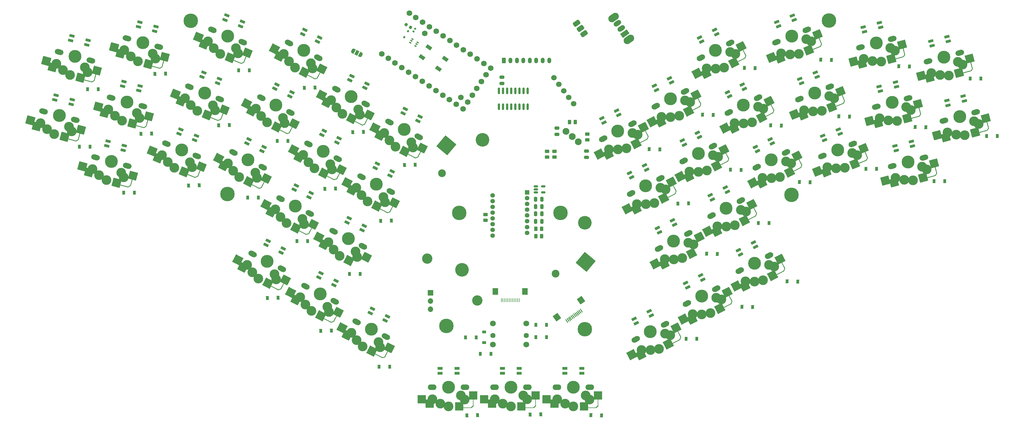
<source format=gbr>
%TF.GenerationSoftware,KiCad,Pcbnew,(6.0.4)*%
%TF.CreationDate,2023-01-29T20:51:59+01:00*%
%TF.ProjectId,Zazu,5a617a75-2e6b-4696-9361-645f70636258,rev?*%
%TF.SameCoordinates,Original*%
%TF.FileFunction,Soldermask,Bot*%
%TF.FilePolarity,Negative*%
%FSLAX46Y46*%
G04 Gerber Fmt 4.6, Leading zero omitted, Abs format (unit mm)*
G04 Created by KiCad (PCBNEW (6.0.4)) date 2023-01-29 20:51:59*
%MOMM*%
%LPD*%
G01*
G04 APERTURE LIST*
G04 Aperture macros list*
%AMRoundRect*
0 Rectangle with rounded corners*
0 $1 Rounding radius*
0 $2 $3 $4 $5 $6 $7 $8 $9 X,Y pos of 4 corners*
0 Add a 4 corners polygon primitive as box body*
4,1,4,$2,$3,$4,$5,$6,$7,$8,$9,$2,$3,0*
0 Add four circle primitives for the rounded corners*
1,1,$1+$1,$2,$3*
1,1,$1+$1,$4,$5*
1,1,$1+$1,$6,$7*
1,1,$1+$1,$8,$9*
0 Add four rect primitives between the rounded corners*
20,1,$1+$1,$2,$3,$4,$5,0*
20,1,$1+$1,$4,$5,$6,$7,0*
20,1,$1+$1,$6,$7,$8,$9,0*
20,1,$1+$1,$8,$9,$2,$3,0*%
%AMHorizOval*
0 Thick line with rounded ends*
0 $1 width*
0 $2 $3 position (X,Y) of the first rounded end (center of the circle)*
0 $4 $5 position (X,Y) of the second rounded end (center of the circle)*
0 Add line between two ends*
20,1,$1,$2,$3,$4,$5,0*
0 Add two circle primitives to create the rounded ends*
1,1,$1,$2,$3*
1,1,$1,$4,$5*%
%AMRotRect*
0 Rectangle, with rotation*
0 The origin of the aperture is its center*
0 $1 length*
0 $2 width*
0 $3 Rotation angle, in degrees counterclockwise*
0 Add horizontal line*
21,1,$1,$2,0,0,$3*%
%AMFreePoly0*
4,1,22,0.550000,-0.750000,0.000000,-0.750000,0.000000,-0.745033,-0.079941,-0.743568,-0.215256,-0.701293,-0.333266,-0.622738,-0.424486,-0.514219,-0.481581,-0.384460,-0.499164,-0.250000,-0.500000,-0.250000,-0.500000,0.250000,-0.499164,0.250000,-0.499963,0.256109,-0.478152,0.396186,-0.417904,0.524511,-0.324059,0.630769,-0.204165,0.706417,-0.067858,0.745374,0.000000,0.744959,0.000000,0.750000,
0.550000,0.750000,0.550000,-0.750000,0.550000,-0.750000,$1*%
%AMFreePoly1*
4,1,20,0.000000,0.744959,0.073905,0.744508,0.209726,0.703889,0.328688,0.626782,0.421226,0.519385,0.479903,0.390333,0.500000,0.250000,0.500000,-0.250000,0.499851,-0.262216,0.476331,-0.402017,0.414519,-0.529596,0.319384,-0.634700,0.198574,-0.708877,0.061801,-0.746166,0.000000,-0.745033,0.000000,-0.750000,-0.550000,-0.750000,-0.550000,0.750000,0.000000,0.750000,0.000000,0.744959,
0.000000,0.744959,$1*%
G04 Aperture macros list end*
%ADD10RoundRect,0.082000X-0.718000X0.328000X-0.718000X-0.328000X0.718000X-0.328000X0.718000X0.328000X0*%
%ADD11C,3.000000*%
%ADD12HorizOval,1.701800X-0.482963X0.129410X0.482963X-0.129410X0*%
%ADD13C,3.987800*%
%ADD14RotRect,2.600000X2.600000X165.000000*%
%ADD15RotRect,2.550000X2.500000X165.000000*%
%ADD16RotRect,3.000000X0.250000X345.000000*%
%ADD17RoundRect,0.062500X-0.347636X-0.272877X0.410136X0.164623X0.347636X0.272877X-0.410136X-0.164623X0*%
%ADD18RotRect,4.000000X0.250000X75.000000*%
%ADD19HorizOval,1.701800X-0.445503X-0.226995X0.445503X0.226995X0*%
%ADD20RotRect,2.550000X2.500000X207.000000*%
%ADD21RotRect,2.600000X2.600000X207.000000*%
%ADD22RotRect,3.000000X0.250000X27.000000*%
%ADD23RoundRect,0.062500X-0.075754X-0.435401X0.194636X0.396774X0.075754X0.435401X-0.194636X-0.396774X0*%
%ADD24RotRect,4.000000X0.250000X117.000000*%
%ADD25RoundRect,0.082000X-0.778427X0.130992X-0.608642X-0.502656X0.778427X-0.130992X0.608642X0.502656X0*%
%ADD26C,4.500000*%
%ADD27HorizOval,1.701800X-0.482963X-0.129410X0.482963X0.129410X0*%
%ADD28RotRect,2.600000X2.600000X195.000000*%
%ADD29RotRect,2.550000X2.500000X195.000000*%
%ADD30RotRect,4.000000X0.250000X105.000000*%
%ADD31RoundRect,0.062500X-0.164623X-0.410136X0.272877X0.347636X0.164623X0.410136X-0.272877X-0.347636X0*%
%ADD32RotRect,3.000000X0.250000X15.000000*%
%ADD33RoundRect,0.082000X-0.490834X0.618215X-0.788652X0.033715X0.490834X-0.618215X0.788652X-0.033715X0*%
%ADD34C,4.200000*%
%ADD35C,2.400000*%
%ADD36C,3.200000*%
%ADD37C,2.100000*%
%ADD38RotRect,4.400000X4.400000X140.000000*%
%ADD39RoundRect,0.082000X-0.788652X-0.033715X-0.490834X-0.618215X0.788652X0.033715X0.490834X0.618215X0*%
%ADD40HorizOval,1.701800X-0.445503X0.226995X0.445503X-0.226995X0*%
%ADD41RotRect,2.600000X2.600000X153.000000*%
%ADD42RotRect,2.550000X2.500000X153.000000*%
%ADD43RoundRect,0.082000X-0.608642X0.502656X-0.778427X-0.130992X0.608642X-0.502656X0.778427X0.130992X0*%
%ADD44C,1.752600*%
%ADD45RoundRect,0.375000X0.829455X0.123000X0.399273X0.737364X-0.829455X-0.123000X-0.399273X-0.737364X0*%
%ADD46RotRect,4.000000X0.250000X63.000000*%
%ADD47RoundRect,0.062500X-0.396774X-0.194636X0.435401X0.075754X0.396774X0.194636X-0.435401X-0.075754X0*%
%ADD48RotRect,3.000000X0.250000X333.000000*%
%ADD49O,2.701800X1.701800*%
%ADD50R,2.600000X2.600000*%
%ADD51R,2.550000X2.500000*%
%ADD52R,3.000000X0.250000*%
%ADD53R,0.250000X4.000000*%
%ADD54RoundRect,0.062500X-0.265165X-0.353553X0.353553X0.265165X0.265165X0.353553X-0.353553X-0.265165X0*%
%ADD55RoundRect,0.082000X-0.788589X0.035149X-0.542847X-0.573084X0.788589X-0.035149X0.542847X0.573084X0*%
%ADD56HorizOval,1.701800X-0.463592X-0.187303X0.463592X0.187303X0*%
%ADD57RotRect,2.600000X2.600000X202.000000*%
%ADD58RotRect,2.550000X2.500000X202.000000*%
%ADD59RotRect,3.000000X0.250000X22.000000*%
%ADD60RotRect,4.000000X0.250000X112.000000*%
%ADD61RoundRect,0.062500X-0.113413X-0.427142X0.228476X0.378300X0.113413X0.427142X-0.228476X-0.378300X0*%
%ADD62HorizOval,1.701800X-0.463592X0.187303X0.463592X-0.187303X0*%
%ADD63RotRect,2.550000X2.500000X158.000000*%
%ADD64RotRect,2.600000X2.600000X158.000000*%
%ADD65RotRect,3.000000X0.250000X338.000000*%
%ADD66RotRect,4.000000X0.250000X68.000000*%
%ADD67RoundRect,0.062500X-0.378300X-0.228476X0.427142X0.113413X0.378300X0.228476X-0.427142X-0.113413X0*%
%ADD68R,1.700000X1.700000*%
%ADD69O,1.700000X1.700000*%
%ADD70C,1.800000*%
%ADD71C,1.600000*%
%ADD72RoundRect,0.082000X-0.542847X0.573084X-0.788589X-0.035149X0.542847X-0.573084X0.788589X0.035149X0*%
%ADD73C,1.700000*%
%ADD74HorizOval,1.700000X0.000000X0.000000X0.000000X0.000000X0*%
%ADD75HorizOval,2.200000X0.532449X0.372825X-0.532449X-0.372825X0*%
%ADD76RotRect,1.500000X2.500000X125.000000*%
%ADD77HorizOval,1.500000X0.409576X0.286788X-0.409576X-0.286788X0*%
%ADD78RotRect,0.900000X1.200000X358.000000*%
%ADD79R,0.900000X1.200000*%
%ADD80RotRect,0.650000X0.400000X148.000000*%
%ADD81RoundRect,0.150000X0.034471X-0.227896X0.219943X0.068921X-0.034471X0.227896X-0.219943X-0.068921X0*%
%ADD82RoundRect,0.250000X0.250000X0.475000X-0.250000X0.475000X-0.250000X-0.475000X0.250000X-0.475000X0*%
%ADD83R,0.280000X1.250000*%
%ADD84R,1.800000X2.000000*%
%ADD85RotRect,0.900000X1.200000X2.000000*%
%ADD86RoundRect,0.150000X0.150000X-0.825000X0.150000X0.825000X-0.150000X0.825000X-0.150000X-0.825000X0*%
%ADD87RoundRect,0.250000X-0.475000X0.250000X-0.475000X-0.250000X0.475000X-0.250000X0.475000X0.250000X0*%
%ADD88RoundRect,0.140000X-0.069979X0.208813X-0.218357X-0.028640X0.069979X-0.208813X0.218357X0.028640X0*%
%ADD89RotRect,0.280000X1.250000X35.000000*%
%ADD90RotRect,1.800000X2.000000X35.000000*%
%ADD91RoundRect,0.250000X0.262500X0.450000X-0.262500X0.450000X-0.262500X-0.450000X0.262500X-0.450000X0*%
%ADD92RoundRect,0.250000X-0.262500X-0.450000X0.262500X-0.450000X0.262500X0.450000X-0.262500X0.450000X0*%
%ADD93RoundRect,0.250000X0.475000X-0.250000X0.475000X0.250000X-0.475000X0.250000X-0.475000X-0.250000X0*%
%ADD94RotRect,0.900000X1.200000X1.000000*%
%ADD95RoundRect,0.250000X0.450000X-0.262500X0.450000X0.262500X-0.450000X0.262500X-0.450000X-0.262500X0*%
%ADD96RoundRect,0.250000X-0.450000X0.262500X-0.450000X-0.262500X0.450000X-0.262500X0.450000X0.262500X0*%
%ADD97FreePoly0,153.000000*%
%ADD98RotRect,1.000000X1.500000X153.000000*%
%ADD99FreePoly1,153.000000*%
%ADD100RoundRect,0.218750X-0.321302X-0.101392X0.049719X-0.333232X0.321302X0.101392X-0.049719X0.333232X0*%
%ADD101RotRect,0.900000X1.200000X359.000000*%
%ADD102R,1.200000X0.900000*%
%ADD103RoundRect,0.250000X-0.250000X-0.475000X0.250000X-0.475000X0.250000X0.475000X-0.250000X0.475000X0*%
%ADD104R,1.400000X1.400000*%
%ADD105C,1.400000*%
%ADD106RoundRect,0.150000X-0.512500X-0.150000X0.512500X-0.150000X0.512500X0.150000X-0.512500X0.150000X0*%
%ADD107RotRect,1.800000X1.100000X325.000000*%
%ADD108RoundRect,0.250000X-0.350000X-0.625000X0.350000X-0.625000X0.350000X0.625000X-0.350000X0.625000X0*%
%ADD109O,1.200000X1.750000*%
G04 APERTURE END LIST*
D10*
%TO.C,D73*%
X239840436Y-173514437D03*
X239840436Y-175014437D03*
X245040436Y-175014437D03*
X245040436Y-173514437D03*
%TD*%
D11*
%TO.C,SW7*%
X98592421Y-93404918D03*
D12*
X99485719Y-89761990D03*
D11*
X102849463Y-96826621D03*
D13*
X104389436Y-91079362D03*
D12*
X109298500Y-92395418D03*
D11*
X108248494Y-95995678D03*
X107415399Y-94516343D03*
X100624370Y-95326294D03*
D14*
X95429014Y-92557285D03*
D15*
X97431697Y-94474244D03*
D14*
X106012871Y-97674253D03*
D16*
X108154148Y-98604182D03*
D17*
X109939451Y-98783023D03*
D18*
X110805368Y-96675723D03*
D15*
X111095576Y-95502444D03*
%TD*%
D11*
%TO.C,SW26*%
X301161184Y-146242255D03*
D19*
X293934275Y-143242996D03*
D11*
X304617437Y-142012088D03*
X303008459Y-141470177D03*
D19*
X302988699Y-138633982D03*
D13*
X298459941Y-140940766D03*
D11*
X298503703Y-146616173D03*
X295708020Y-146547951D03*
D20*
X295560952Y-148119292D03*
D21*
X292789973Y-148034770D03*
D22*
X306292755Y-144013713D03*
D23*
X307739161Y-142952018D03*
D20*
X306403194Y-139740473D03*
D21*
X304079231Y-144755436D03*
D24*
X306972603Y-140806577D03*
%TD*%
D25*
%TO.C,D42*%
X341967477Y-104647526D03*
X342355705Y-106096415D03*
X347378520Y-104750556D03*
X346990291Y-103301667D03*
%TD*%
D11*
%TO.C,SW40*%
X102542589Y-112933990D03*
X97976653Y-115244268D03*
X93719611Y-111822565D03*
X95751560Y-113743941D03*
D12*
X94612909Y-108179637D03*
D11*
X103375684Y-114413325D03*
D13*
X99516626Y-109497009D03*
D12*
X104425690Y-110813065D03*
D15*
X92558887Y-112891891D03*
D14*
X90556204Y-110974932D03*
D18*
X105932558Y-115093370D03*
D16*
X103281338Y-117021829D03*
D17*
X105066641Y-117200670D03*
D15*
X106222766Y-113920091D03*
D14*
X101140061Y-116091900D03*
%TD*%
D26*
%TO.C,H10*%
X238452436Y-125369438D03*
%TD*%
D27*
%TO.C,SW44*%
X366927533Y-94275404D03*
D11*
X363558105Y-101337457D03*
D13*
X362018131Y-95590199D03*
D27*
X357112702Y-96901180D03*
D11*
X360880954Y-101150683D03*
X358160547Y-100502696D03*
X366357183Y-97053730D03*
X367818332Y-97918324D03*
D28*
X354997140Y-101350328D03*
D29*
X357689993Y-102009123D03*
D30*
X370372672Y-97228823D03*
D28*
X366721513Y-100489825D03*
D31*
X370676416Y-99486757D03*
D32*
X369040879Y-100224528D03*
D29*
X370037360Y-96067629D03*
%TD*%
D11*
%TO.C,SW34*%
X334996043Y-78403057D03*
X332275636Y-77755070D03*
X341933421Y-75170698D03*
D13*
X336133220Y-72842573D03*
D27*
X331227791Y-74153554D03*
D11*
X337673194Y-78589831D03*
D27*
X341042622Y-71527778D03*
D11*
X340472272Y-74306104D03*
D28*
X329112229Y-78602702D03*
D29*
X331805082Y-79261497D03*
D30*
X344487761Y-74481197D03*
D29*
X344152449Y-73320003D03*
D28*
X340836602Y-77742199D03*
D31*
X344791505Y-76739131D03*
D32*
X343155968Y-77476902D03*
%TD*%
D33*
%TO.C,D85*%
X148049543Y-133999589D03*
X147368557Y-135336098D03*
X152001791Y-137696849D03*
X152682777Y-136360339D03*
%TD*%
D11*
%TO.C,SW39*%
X77609049Y-97598565D03*
X81866091Y-101020268D03*
D12*
X78502347Y-93955637D03*
D13*
X83406064Y-95273009D03*
D11*
X86432027Y-98709990D03*
X87265122Y-100189325D03*
X79640998Y-99519941D03*
D12*
X88315128Y-96589065D03*
D14*
X74445642Y-96750932D03*
D15*
X76448325Y-98667891D03*
D14*
X85029499Y-101867900D03*
D16*
X87170776Y-102797829D03*
D15*
X90112204Y-99696091D03*
D17*
X88956079Y-102976670D03*
D18*
X89821996Y-100869370D03*
%TD*%
D34*
%TO.C,SW36*%
X214377932Y-102816006D03*
D35*
X201821998Y-113119265D03*
D34*
X245998487Y-128424658D03*
D36*
X212703647Y-152483417D03*
D34*
X208008265Y-142997298D03*
D36*
X197240309Y-139507739D03*
D35*
X236906298Y-144168318D03*
D37*
X243996342Y-103375636D03*
X240166120Y-100161698D03*
X242081231Y-101768667D03*
D38*
X203190810Y-104446161D03*
X246217915Y-140547200D03*
%TD*%
D26*
%TO.C,H8*%
X321563075Y-65876331D03*
%TD*%
D25*
%TO.C,D56*%
X337039123Y-86244201D03*
X337427351Y-87693090D03*
X342450166Y-86347231D03*
X342061937Y-84898342D03*
%TD*%
D39*
%TO.C,D50*%
X251211132Y-96101430D03*
X251892118Y-97437940D03*
X256525352Y-95077189D03*
X255844366Y-93740680D03*
%TD*%
D11*
%TO.C,SW20*%
X170111891Y-138675631D03*
X175058384Y-137365150D03*
X166659288Y-134443612D03*
D40*
X168290472Y-131066018D03*
X177341300Y-135682091D03*
D11*
X175565703Y-138985368D03*
X168247357Y-136745467D03*
D13*
X172813134Y-133374142D03*
D41*
X163741242Y-132956793D03*
D42*
X165301602Y-135248243D03*
X178453119Y-139094854D03*
D41*
X173029938Y-140162451D03*
%TD*%
D39*
%TO.C,D57*%
X267513306Y-86059334D03*
X268194292Y-87395844D03*
X272827526Y-85035093D03*
X272146540Y-83698584D03*
%TD*%
D43*
%TO.C,D48*%
X98517320Y-103190161D03*
X98129091Y-104639050D03*
X103151906Y-105984909D03*
X103540134Y-104536020D03*
%TD*%
D25*
%TO.C,D49*%
X357999283Y-90627961D03*
X358387511Y-92076850D03*
X363410326Y-90730991D03*
X363022097Y-89282102D03*
%TD*%
D44*
%TO.C,U1*%
X185174396Y-77582685D03*
X187280152Y-79003035D03*
X189385907Y-80423385D03*
X191491662Y-81843735D03*
X193597418Y-83264085D03*
X195703173Y-84684435D03*
X197808929Y-86104785D03*
X199914684Y-87525135D03*
X202020440Y-88945485D03*
X204126195Y-90365835D03*
X206231951Y-91786185D03*
X208348890Y-93189954D03*
X216859806Y-80572003D03*
X214754050Y-79151653D03*
X212648295Y-77731303D03*
X210542540Y-76310953D03*
X208436784Y-74890603D03*
X206331029Y-73470253D03*
X204225273Y-72049903D03*
X202119518Y-70629553D03*
X200013762Y-69209203D03*
X197908007Y-67788853D03*
X195802251Y-66368503D03*
X193696496Y-64948153D03*
X209758056Y-91100780D03*
X211178406Y-88995024D03*
X212598756Y-86889269D03*
X214019106Y-84783513D03*
X215439456Y-82677758D03*
X207652301Y-89680430D03*
X196510025Y-69861447D03*
X183171019Y-76207266D03*
X191693119Y-63572733D03*
%TD*%
D45*
%TO.C,J4*%
X243483662Y-66696862D03*
X244630815Y-68335166D03*
X245777968Y-69973470D03*
%TD*%
D26*
%TO.C,H9*%
X207131342Y-125369438D03*
%TD*%
D11*
%TO.C,SW21*%
X286671920Y-151641986D03*
X284824645Y-156414064D03*
D19*
X277597736Y-153414805D03*
X286652160Y-148805791D03*
D11*
X282167164Y-156787982D03*
X288280898Y-152183897D03*
X279371481Y-156719760D03*
D13*
X282123402Y-151112575D03*
D20*
X279224413Y-158291101D03*
D21*
X276453434Y-158206579D03*
D23*
X291402622Y-153123827D03*
D24*
X290636064Y-150978386D03*
D22*
X289956216Y-154185522D03*
D21*
X287742692Y-154927245D03*
D20*
X290066655Y-149912282D03*
%TD*%
D43*
%TO.C,D46*%
X87301632Y-70632043D03*
X86913403Y-72080932D03*
X91936218Y-73426791D03*
X92324446Y-71977902D03*
%TD*%
D11*
%TO.C,SW43*%
X350325377Y-111073295D03*
X342128741Y-114522261D03*
X351786526Y-111937889D03*
D27*
X350895727Y-108294969D03*
D11*
X347526299Y-115357022D03*
X344849148Y-115170248D03*
D27*
X341080896Y-110920745D03*
D13*
X345986325Y-109609764D03*
D29*
X341658187Y-116028688D03*
D28*
X338965334Y-115369893D03*
D31*
X354644610Y-113506322D03*
D30*
X354340866Y-111248388D03*
D29*
X354005554Y-110087194D03*
D32*
X353009073Y-114244093D03*
D28*
X350689707Y-114509390D03*
%TD*%
D11*
%TO.C,SW23*%
X270684394Y-139688841D03*
X279593811Y-135152978D03*
D19*
X268910649Y-136383886D03*
D13*
X273436315Y-134081656D03*
D19*
X277965073Y-131774872D03*
D11*
X276137558Y-139383145D03*
X273480077Y-139757063D03*
X277984833Y-134611067D03*
D21*
X267766347Y-141175660D03*
D20*
X270537326Y-141260182D03*
D21*
X279055605Y-137896326D03*
D20*
X281379568Y-132881363D03*
%TD*%
D39*
%TO.C,D51*%
X293496559Y-136926574D03*
X294177545Y-138263084D03*
X298810779Y-135902333D03*
X298129793Y-134565824D03*
%TD*%
D13*
%TO.C,SW25*%
X281102507Y-107002649D03*
D11*
X281146269Y-112678056D03*
X285651025Y-107532060D03*
D19*
X285631265Y-104695865D03*
D11*
X278350586Y-112609834D03*
X287260003Y-108073971D03*
X283803750Y-112304138D03*
D19*
X276576841Y-109304879D03*
D21*
X275432539Y-114096653D03*
D20*
X278203518Y-114181175D03*
X289045760Y-105802356D03*
D22*
X288935321Y-110075596D03*
D24*
X289615169Y-106868460D03*
D21*
X286721797Y-110817319D03*
D23*
X290381727Y-109013901D03*
%TD*%
D11*
%TO.C,SW4*%
X154471486Y-78477164D03*
X161282513Y-79096847D03*
X156336020Y-80407328D03*
X152883417Y-76175309D03*
D40*
X163565429Y-77413788D03*
D11*
X161789832Y-80717065D03*
D13*
X159037263Y-75105839D03*
D40*
X154514601Y-72797715D03*
D42*
X151525731Y-76979940D03*
D41*
X149965371Y-74688490D03*
D42*
X164677248Y-80826551D03*
D41*
X159254067Y-81894148D03*
D46*
X164149442Y-81913854D03*
D47*
X162864315Y-83795070D03*
D48*
X161155210Y-83248952D03*
%TD*%
D33*
%TO.C,D61*%
X150741594Y-85660019D03*
X150060608Y-86996528D03*
X154693842Y-89357279D03*
X155374828Y-88020769D03*
%TD*%
%TO.C,D84*%
X173146933Y-126997347D03*
X172465947Y-128333856D03*
X177099181Y-130694607D03*
X177780167Y-129358097D03*
%TD*%
D43*
%TO.C,D91*%
X82406758Y-88966161D03*
X82018529Y-90415050D03*
X87041344Y-91760909D03*
X87429572Y-90312020D03*
%TD*%
D33*
%TO.C,D90*%
X190426234Y-93211642D03*
X189745248Y-94548151D03*
X194378482Y-96908902D03*
X195059468Y-95572392D03*
%TD*%
D11*
%TO.C,SW8*%
X170955228Y-94704308D03*
D13*
X173656471Y-89402819D03*
D11*
X169090694Y-92774144D03*
D40*
X178184637Y-91710768D03*
D11*
X176409040Y-95014045D03*
X167502625Y-90472289D03*
X175901721Y-93393827D03*
D40*
X169133809Y-87094695D03*
D42*
X166144939Y-91276920D03*
D41*
X164584579Y-88985470D03*
D48*
X175774418Y-97545932D03*
D46*
X178768650Y-96210834D03*
D42*
X179296456Y-95123531D03*
D47*
X177483523Y-98092050D03*
D41*
X173873275Y-96191128D03*
%TD*%
D43*
%TO.C,D83*%
X103386944Y-84775086D03*
X102998715Y-86223975D03*
X108021530Y-87569834D03*
X108409758Y-86120945D03*
%TD*%
D49*
%TO.C,SW22*%
X237362848Y-179341129D03*
D13*
X242440436Y-179344437D03*
D11*
X247440436Y-183094436D03*
X242440436Y-185294437D03*
X239902848Y-184421129D03*
X246252848Y-181881129D03*
X237442848Y-183091129D03*
D49*
X247522848Y-179345090D03*
D50*
X234167848Y-183091129D03*
D51*
X236598436Y-184424437D03*
X250062848Y-181881129D03*
D52*
X248024436Y-185638476D03*
D53*
X250086195Y-183089541D03*
D54*
X249795192Y-185349153D03*
D50*
X245715437Y-185294437D03*
%TD*%
D10*
%TO.C,D59*%
X201234852Y-173514438D03*
X201234852Y-175014438D03*
X206434852Y-175014438D03*
X206434852Y-173514438D03*
%TD*%
D55*
%TO.C,D88*%
X319612761Y-101489393D03*
X320174670Y-102880169D03*
X324996026Y-100932215D03*
X324434117Y-99541439D03*
%TD*%
D26*
%TO.C,H3*%
X245972677Y-161342170D03*
%TD*%
D33*
%TO.C,D67*%
X159367411Y-68730898D03*
X158686425Y-70067407D03*
X163319659Y-72428158D03*
X164000645Y-71091648D03*
%TD*%
D11*
%TO.C,SW33*%
X313859720Y-93650404D03*
X323130561Y-89908308D03*
X316638820Y-93962027D03*
X321574936Y-89228228D03*
D56*
X312380771Y-90203433D03*
D11*
X319318777Y-93821147D03*
D13*
X317089868Y-88304403D03*
D56*
X321802443Y-86401103D03*
D57*
X310823193Y-94877241D03*
D58*
X313576261Y-95202948D03*
D59*
X324625050Y-92048331D03*
D57*
X322355305Y-92594310D03*
D60*
X325581833Y-88912651D03*
D58*
X325107507Y-87800977D03*
D61*
X326158485Y-91116738D03*
%TD*%
D11*
%TO.C,SW16*%
X166842288Y-156023644D03*
X161388476Y-155713907D03*
X157935873Y-151481888D03*
X166334969Y-154403426D03*
X159523942Y-153783743D03*
D40*
X159567057Y-148104294D03*
X168617885Y-152720367D03*
D13*
X164089719Y-150412418D03*
D41*
X155017827Y-149995069D03*
D42*
X156578187Y-152286519D03*
D48*
X166207666Y-158555531D03*
D47*
X167916771Y-159101649D03*
D42*
X169729704Y-156133130D03*
D41*
X164306523Y-157200727D03*
D46*
X169201898Y-157220433D03*
%TD*%
D11*
%TO.C,SW28*%
X290974536Y-75638313D03*
X289127261Y-80410391D03*
X283674097Y-80716087D03*
D13*
X286426018Y-75108902D03*
D11*
X292583514Y-76180224D03*
D19*
X281900352Y-77411132D03*
D11*
X286469780Y-80784309D03*
D19*
X290954776Y-72802118D03*
D21*
X280756050Y-82202906D03*
D20*
X283527029Y-82287428D03*
D22*
X294258832Y-78181849D03*
D24*
X294938680Y-74974713D03*
D21*
X292045308Y-78923572D03*
D23*
X295705238Y-77120154D03*
D20*
X294369271Y-73908609D03*
%TD*%
D40*
%TO.C,SW5*%
X145888783Y-89726836D03*
D11*
X153164014Y-97646186D03*
X147710202Y-97336449D03*
X144257599Y-93104430D03*
X152656695Y-96025968D03*
D13*
X150411445Y-92034960D03*
D40*
X154939611Y-94342909D03*
D11*
X145845668Y-95406285D03*
D41*
X141339553Y-91617611D03*
D42*
X142899913Y-93909061D03*
D41*
X150628249Y-98823269D03*
D47*
X154238497Y-100724191D03*
D42*
X156051430Y-97755672D03*
D46*
X155523624Y-98842975D03*
D48*
X152529392Y-100178073D03*
%TD*%
D39*
%TO.C,D72*%
X298714270Y-104952957D03*
X299395256Y-106289467D03*
X304028490Y-103928716D03*
X303347504Y-102592207D03*
%TD*%
D10*
%TO.C,D66*%
X220514848Y-173511130D03*
X220514848Y-175011130D03*
X225714848Y-175011130D03*
X225714848Y-173511130D03*
%TD*%
D40*
%TO.C,SW15*%
X160932999Y-125569020D03*
D11*
X153703590Y-128562560D03*
X150250987Y-124330541D03*
D13*
X156404833Y-123261071D03*
D11*
X158650083Y-127252079D03*
X151839056Y-126632396D03*
X159157402Y-128872297D03*
D40*
X151882171Y-120952947D03*
D41*
X147332941Y-122843722D03*
D42*
X148893301Y-125135172D03*
D48*
X158522780Y-131404184D03*
D46*
X161517012Y-130069086D03*
D42*
X162044818Y-128981783D03*
D47*
X160231885Y-131950302D03*
D41*
X156621637Y-130049380D03*
%TD*%
D27*
%TO.C,SW45*%
X361960169Y-75868698D03*
D11*
X361389819Y-78647024D03*
X353193183Y-82095990D03*
D13*
X357050767Y-77183493D03*
D27*
X352145338Y-78494474D03*
D11*
X355913590Y-82743977D03*
X362850968Y-79511618D03*
X358590741Y-82930751D03*
D29*
X352722629Y-83602417D03*
D28*
X350029776Y-82943622D03*
D30*
X365405308Y-78822117D03*
D29*
X365069996Y-77660923D03*
D32*
X364073515Y-81817822D03*
D28*
X361754149Y-82083119D03*
D31*
X365709052Y-81080051D03*
%TD*%
D39*
%TO.C,D44*%
X259836951Y-113030556D03*
X260517937Y-114367066D03*
X265151171Y-112006315D03*
X264470185Y-110669806D03*
%TD*%
%TO.C,D65*%
X284764942Y-119917586D03*
X285445928Y-121254096D03*
X290079162Y-118893345D03*
X289398176Y-117556836D03*
%TD*%
D33*
%TO.C,D41*%
X164419867Y-144037476D03*
X163738881Y-145373985D03*
X168372115Y-147734736D03*
X169053101Y-146398226D03*
%TD*%
D27*
%TO.C,SW31*%
X345968847Y-89887825D03*
X336154016Y-92513601D03*
D11*
X339922268Y-96763104D03*
X342599419Y-96949878D03*
X345398497Y-92666151D03*
D13*
X341059445Y-91202620D03*
D11*
X337201861Y-96115117D03*
X346859646Y-93530745D03*
D28*
X334038454Y-96962749D03*
D29*
X336731307Y-97621544D03*
D32*
X348082193Y-95836949D03*
D31*
X349717730Y-95099178D03*
D29*
X349078674Y-91680050D03*
D28*
X345762827Y-96102246D03*
D30*
X349413986Y-92841244D03*
%TD*%
D40*
%TO.C,SW41*%
X184477129Y-163689927D03*
D11*
X175383186Y-164753303D03*
X182194213Y-165372986D03*
X177247720Y-166683467D03*
X182701532Y-166993204D03*
X173795117Y-162451448D03*
D40*
X175426301Y-159073854D03*
D13*
X179948963Y-161381978D03*
D42*
X172437431Y-163256079D03*
D41*
X170877071Y-160964629D03*
D47*
X183776015Y-170071209D03*
D46*
X185061142Y-168189993D03*
D42*
X185588948Y-167102690D03*
D41*
X180165767Y-168170287D03*
D48*
X182066910Y-169525091D03*
%TD*%
D26*
%TO.C,H2*%
X203186436Y-160340438D03*
%TD*%
D11*
%TO.C,SW30*%
X306378895Y-114268638D03*
X300925731Y-114574334D03*
X309835148Y-110038471D03*
D19*
X308206410Y-106660365D03*
D11*
X308226170Y-109496560D03*
X303721414Y-114642556D03*
D13*
X303677652Y-108967149D03*
D19*
X299151986Y-111269379D03*
D20*
X300778663Y-116145675D03*
D21*
X298007684Y-116061153D03*
D22*
X311510466Y-112040096D03*
D21*
X309296942Y-112781819D03*
D20*
X311620905Y-107766856D03*
D24*
X312190314Y-108832960D03*
D23*
X312956872Y-110978401D03*
%TD*%
D11*
%TO.C,SW42*%
X266283579Y-167846342D03*
X263487896Y-167778120D03*
X268941060Y-167472424D03*
D13*
X266239817Y-162170935D03*
D19*
X270768575Y-159864151D03*
D11*
X272397313Y-163242257D03*
D19*
X261714151Y-164473165D03*
D11*
X270788335Y-162700346D03*
D20*
X263340828Y-169349461D03*
D21*
X260569849Y-169264939D03*
D22*
X274072631Y-165243882D03*
D21*
X271859107Y-165985605D03*
D23*
X275519037Y-164182187D03*
D20*
X274183070Y-160970642D03*
D24*
X274752479Y-162036746D03*
%TD*%
D39*
%TO.C,D64*%
X281462634Y-71094710D03*
X282143620Y-72431220D03*
X286776854Y-70070469D03*
X286095868Y-68733960D03*
%TD*%
D11*
%TO.C,SW6*%
X117001660Y-109673498D03*
X123840778Y-109697203D03*
X119027323Y-111433813D03*
D13*
X121256232Y-105917069D03*
D62*
X116549614Y-104011904D03*
D11*
X115219014Y-107518811D03*
X124487377Y-111267040D03*
D62*
X125968318Y-107821579D03*
D63*
X113936623Y-108438711D03*
D64*
X112182487Y-106291975D03*
D63*
X127373348Y-111124454D03*
D64*
X122063851Y-112660649D03*
D65*
X124075838Y-113844603D03*
D66*
X126942316Y-112253620D03*
D67*
X125826037Y-114239684D03*
%TD*%
D11*
%TO.C,SW12*%
X207647266Y-181881131D03*
X203834854Y-185294439D03*
X208834854Y-183094438D03*
D13*
X203834854Y-179344439D03*
D11*
X198837266Y-183091131D03*
D49*
X208917266Y-179345092D03*
D11*
X201297266Y-184421131D03*
D49*
X198757266Y-179341131D03*
D51*
X197992854Y-184424439D03*
D50*
X195562266Y-183091131D03*
D53*
X211480613Y-183089543D03*
D51*
X211457266Y-181881131D03*
D50*
X207109855Y-185294439D03*
D52*
X209418854Y-185638478D03*
D54*
X211189610Y-185349155D03*
%TD*%
D33*
%TO.C,D54*%
X165360798Y-99957003D03*
X164679812Y-101293512D03*
X169313046Y-103654263D03*
X169994032Y-102317753D03*
%TD*%
D11*
%TO.C,SW1*%
X129454059Y-72285823D03*
X131236705Y-74440510D03*
D13*
X135491277Y-70684081D03*
D62*
X130784659Y-68778916D03*
X140203363Y-72588591D03*
D11*
X133262368Y-76200825D03*
X138722422Y-76034052D03*
X138075823Y-74464215D03*
D63*
X128171668Y-73205723D03*
D64*
X126417532Y-71058987D03*
X136298896Y-77427661D03*
D63*
X141608393Y-75891466D03*
D65*
X138310883Y-78611615D03*
D67*
X140061082Y-79006696D03*
D66*
X141177361Y-77020632D03*
%TD*%
D55*
%TO.C,D71*%
X305377714Y-66256406D03*
X305939623Y-67647182D03*
X310760979Y-65699228D03*
X310199070Y-64308452D03*
%TD*%
D33*
%TO.C,D69*%
X156734981Y-116886128D03*
X156053995Y-118222637D03*
X160687229Y-120583388D03*
X161368215Y-119246878D03*
%TD*%
D39*
%TO.C,D58*%
X268473580Y-130063421D03*
X269154566Y-131399931D03*
X273787800Y-129039180D03*
X273106814Y-127702671D03*
%TD*%
%TO.C,D86*%
X276139123Y-102988458D03*
X276820109Y-104324968D03*
X281453343Y-101964217D03*
X280772357Y-100627708D03*
%TD*%
D11*
%TO.C,SW11*%
X145018150Y-145676022D03*
X150471962Y-145985759D03*
D13*
X147719393Y-140374533D03*
D11*
X149964643Y-144365541D03*
D40*
X152247559Y-142682482D03*
D11*
X141565547Y-141444003D03*
X143153616Y-143745858D03*
D40*
X143196731Y-138066409D03*
D42*
X140207861Y-142248634D03*
D41*
X138647501Y-139957184D03*
D46*
X152831572Y-147182548D03*
D48*
X149837340Y-148517646D03*
D47*
X151546445Y-149063764D03*
D42*
X153359378Y-146095245D03*
D41*
X147936197Y-147162842D03*
%TD*%
D68*
%TO.C,J5*%
X198220436Y-150134438D03*
D69*
X198220436Y-152674438D03*
X198220436Y-155214438D03*
%TD*%
D33*
%TO.C,D52*%
X180282762Y-155005183D03*
X179601776Y-156341692D03*
X184235010Y-158702443D03*
X184915996Y-157365933D03*
%TD*%
D55*
%TO.C,D63*%
X312495235Y-83872898D03*
X313057144Y-85263674D03*
X317878500Y-83315720D03*
X317316591Y-81924944D03*
%TD*%
D70*
%TO.C,HAT1*%
X217557347Y-159592101D03*
D71*
X217557347Y-163292101D03*
D70*
X217557347Y-166092101D03*
X227857347Y-166092101D03*
D71*
X227857347Y-163292101D03*
D70*
X227857347Y-159592101D03*
%TD*%
D19*
%TO.C,SW19*%
X260274667Y-119346979D03*
D11*
X270957829Y-118116071D03*
X267501576Y-122346238D03*
X264844095Y-122720156D03*
D19*
X269329091Y-114737965D03*
D13*
X264800333Y-117044749D03*
D11*
X269348851Y-117574160D03*
X262048412Y-122651934D03*
D20*
X261901344Y-124223275D03*
D21*
X259130365Y-124138753D03*
D20*
X272743586Y-115844456D03*
D22*
X272633147Y-120117696D03*
D24*
X273312995Y-116910560D03*
D23*
X274079553Y-119056001D03*
D21*
X270419623Y-120859419D03*
%TD*%
D33*
%TO.C,D62*%
X142115772Y-102589145D03*
X141434786Y-103925654D03*
X146068020Y-106286405D03*
X146749006Y-104949895D03*
%TD*%
D13*
%TO.C,SW3*%
X109299485Y-72708973D03*
D11*
X107759512Y-78456232D03*
X113158543Y-77625289D03*
D12*
X104395768Y-71391601D03*
D11*
X105534419Y-76955905D03*
X103502470Y-75034529D03*
D12*
X114208549Y-74025029D03*
D11*
X112325448Y-76145954D03*
D15*
X102341746Y-76103855D03*
D14*
X100339063Y-74186896D03*
D15*
X116005625Y-77132055D03*
D14*
X110922920Y-79303864D03*
D18*
X115715417Y-78305334D03*
D16*
X113064197Y-80233793D03*
D17*
X114849500Y-80412634D03*
%TD*%
D25*
%TO.C,D87*%
X332112898Y-67884155D03*
X332501126Y-69333044D03*
X337523941Y-67987185D03*
X337135712Y-66538296D03*
%TD*%
D72*
%TO.C,D60*%
X135264557Y-64304622D03*
X134702648Y-65695398D03*
X139524004Y-67643352D03*
X140085913Y-66252576D03*
%TD*%
D11*
%TO.C,SW10*%
X135631779Y-110033556D03*
D40*
X137262963Y-106655962D03*
D13*
X141785625Y-108964086D03*
D40*
X146313791Y-111272035D03*
D11*
X144538194Y-114575312D03*
X144030875Y-112955094D03*
X139084382Y-114265575D03*
X137219848Y-112335411D03*
D41*
X132713733Y-108546737D03*
D42*
X134274093Y-110838187D03*
D47*
X145612677Y-117653317D03*
D42*
X147425610Y-114684798D03*
D48*
X143903572Y-117107199D03*
D41*
X142002429Y-115752395D03*
D46*
X146897804Y-115772101D03*
%TD*%
D56*
%TO.C,SW32*%
X314684923Y-68784611D03*
D11*
X312201257Y-76204655D03*
X316013041Y-72291816D03*
X314457416Y-71611736D03*
D56*
X305263251Y-72586941D03*
D11*
X309521300Y-76345535D03*
X306742200Y-76033912D03*
D13*
X309972348Y-70687911D03*
D57*
X303705673Y-77260749D03*
D58*
X306458741Y-77586456D03*
D59*
X317507530Y-74431839D03*
D58*
X317989987Y-70184485D03*
D61*
X319040965Y-73500246D03*
D57*
X315237785Y-74977818D03*
D60*
X318464313Y-71296159D03*
%TD*%
D25*
%TO.C,D92*%
X353031919Y-72221255D03*
X353420147Y-73670144D03*
X358442962Y-72324285D03*
X358054733Y-70875396D03*
%TD*%
D40*
%TO.C,SW9*%
X160507987Y-104023822D03*
D11*
X158876803Y-107401416D03*
X167783218Y-111943172D03*
D40*
X169558815Y-108639895D03*
D13*
X165030649Y-106331946D03*
D11*
X162329406Y-111633435D03*
X160464872Y-109703271D03*
X167275899Y-110322954D03*
D41*
X155958757Y-105914597D03*
D42*
X157519117Y-108206047D03*
D47*
X168857701Y-115021177D03*
D42*
X170670634Y-112052658D03*
D41*
X165247453Y-113120255D03*
D46*
X170142828Y-113139961D03*
D48*
X167148596Y-114475059D03*
%TD*%
D11*
%TO.C,SW13*%
X183942239Y-100656054D03*
X185530308Y-102957909D03*
D40*
X194624251Y-101894533D03*
X185573423Y-97278460D03*
D11*
X187394842Y-104888073D03*
X192848654Y-105197810D03*
X192341335Y-103577592D03*
D13*
X190096085Y-99586584D03*
D42*
X182584553Y-101460685D03*
D41*
X181024193Y-99169235D03*
X190312889Y-106374893D03*
D47*
X193923137Y-108275815D03*
D48*
X192214032Y-107729697D03*
D42*
X195736070Y-105307296D03*
D46*
X195208264Y-106394599D03*
%TD*%
D33*
%TO.C,D47*%
X181800412Y-110140765D03*
X181119426Y-111477274D03*
X185752660Y-113838025D03*
X186433646Y-112501515D03*
%TD*%
D11*
%TO.C,SW38*%
X84535872Y-81185823D03*
D13*
X88300938Y-76938891D03*
D12*
X83397221Y-75621519D03*
D11*
X91326901Y-80375872D03*
X92159996Y-81855207D03*
X86760965Y-82686150D03*
D12*
X93210002Y-78254947D03*
D11*
X82503923Y-79264447D03*
D14*
X79340516Y-78416814D03*
D15*
X81343199Y-80333773D03*
X95007078Y-81361973D03*
D17*
X93850953Y-84642552D03*
D16*
X92065650Y-84463711D03*
D14*
X89924373Y-83533782D03*
D18*
X94716870Y-82535252D03*
%TD*%
D11*
%TO.C,SW18*%
X253422592Y-105722808D03*
D19*
X260703271Y-97808839D03*
X251648847Y-102417853D03*
D11*
X262332009Y-101186945D03*
X256218275Y-105791030D03*
D13*
X256174513Y-100115623D03*
D11*
X260723031Y-100645034D03*
X258875756Y-105417112D03*
D20*
X253275524Y-107294149D03*
D21*
X250504545Y-107209627D03*
D22*
X264007327Y-103188570D03*
D20*
X264117766Y-98915330D03*
D21*
X261793803Y-103930293D03*
D24*
X264687175Y-99981434D03*
D23*
X265453733Y-102126875D03*
%TD*%
D39*
%TO.C,D89*%
X261277082Y-158152700D03*
X261958068Y-159489210D03*
X266591302Y-157128459D03*
X265910316Y-155791950D03*
%TD*%
D26*
%TO.C,H1*%
X135449344Y-119546080D03*
%TD*%
D11*
%TO.C,SW24*%
X278634182Y-91144848D03*
D19*
X267951020Y-92375756D03*
D11*
X277025204Y-90602937D03*
X269724765Y-95680711D03*
D19*
X277005444Y-87766742D03*
D11*
X275177929Y-95375015D03*
X272520448Y-95748933D03*
D13*
X272476686Y-90073526D03*
D20*
X269577697Y-97252052D03*
D21*
X266806718Y-97167530D03*
D23*
X281755906Y-92084778D03*
D22*
X280309500Y-93146473D03*
D24*
X280989348Y-89939337D03*
D20*
X280419939Y-88873233D03*
D21*
X278095976Y-93888196D03*
%TD*%
D11*
%TO.C,SW17*%
X220577260Y-184417822D03*
X228114848Y-183091129D03*
D13*
X223114848Y-179341130D03*
D49*
X218037260Y-179337822D03*
X228197260Y-179341783D03*
D11*
X226927260Y-181877822D03*
X223114848Y-185291130D03*
X218117260Y-183087822D03*
D51*
X217272848Y-184421130D03*
D50*
X214842260Y-183087822D03*
D54*
X230469604Y-185345846D03*
D51*
X230737260Y-181877822D03*
D53*
X230760607Y-183086234D03*
D50*
X226389849Y-185291130D03*
D52*
X228698848Y-185635169D03*
%TD*%
D39*
%TO.C,D70*%
X290088454Y-88023835D03*
X290769440Y-89360345D03*
X295402674Y-86999594D03*
X294721688Y-85663085D03*
%TD*%
D73*
%TO.C,U5*%
X236420970Y-83535811D03*
D74*
X237949581Y-85564345D03*
X239478191Y-87592879D03*
X241006801Y-89621413D03*
X242535411Y-91649948D03*
%TD*%
D39*
%TO.C,D45*%
X277160020Y-147098382D03*
X277841006Y-148434892D03*
X282474240Y-146074141D03*
X281793254Y-144737632D03*
%TD*%
D72*
%TO.C,D55*%
X121029509Y-99537609D03*
X120467600Y-100928385D03*
X125288956Y-102876339D03*
X125850865Y-101485563D03*
%TD*%
D75*
%TO.C,SW37*%
X254891672Y-64964955D03*
X259594999Y-71682001D03*
D76*
X258390488Y-69961782D03*
D77*
X257243335Y-68323478D03*
X256096182Y-66685174D03*
%TD*%
D19*
%TO.C,SW29*%
X290526170Y-94340257D03*
D11*
X299600354Y-92567438D03*
D13*
X295051836Y-92038027D03*
D11*
X301209332Y-93109349D03*
X295095598Y-97713434D03*
X297753079Y-97339516D03*
D19*
X299580594Y-89731243D03*
D11*
X292299915Y-97645212D03*
D20*
X292152847Y-99216553D03*
D21*
X289381868Y-99132031D03*
D23*
X304331056Y-94049279D03*
D20*
X302995089Y-90837734D03*
D22*
X302884650Y-95110974D03*
D24*
X303564498Y-91903838D03*
D21*
X300671126Y-95852697D03*
%TD*%
D11*
%TO.C,SW46*%
X323756347Y-111578521D03*
X326436304Y-111437641D03*
D13*
X324207395Y-105920897D03*
D56*
X319498298Y-107819927D03*
D11*
X328692463Y-106844722D03*
D56*
X328919970Y-104017597D03*
D11*
X320977247Y-111266898D03*
X330248088Y-107524802D03*
D57*
X317940720Y-112493735D03*
D58*
X320693788Y-112819442D03*
D61*
X333276012Y-108733232D03*
D60*
X332699360Y-106529145D03*
D58*
X332225034Y-105417471D03*
D59*
X331742577Y-109664825D03*
D57*
X329472832Y-110210804D03*
%TD*%
D11*
%TO.C,SW2*%
X124119472Y-92057412D03*
D13*
X128374044Y-88300983D03*
D11*
X126145135Y-93817727D03*
X131605189Y-93650954D03*
X130958590Y-92081117D03*
X122336826Y-89902725D03*
D62*
X133086130Y-90205493D03*
X123667426Y-86395818D03*
D63*
X121054435Y-90822625D03*
D64*
X119300299Y-88675889D03*
D66*
X134060128Y-94637534D03*
D65*
X131193650Y-96228517D03*
D63*
X134491160Y-93508368D03*
D64*
X129181663Y-95044563D03*
D67*
X132943849Y-96623598D03*
%TD*%
D26*
%TO.C,H5*%
X124112666Y-65939356D03*
%TD*%
D43*
%TO.C,D53*%
X108296995Y-66404695D03*
X107908766Y-67853584D03*
X112931581Y-69199443D03*
X113319809Y-67750554D03*
%TD*%
D13*
%TO.C,SW27*%
X289728323Y-123931778D03*
D11*
X292429566Y-129233267D03*
D19*
X294257081Y-121624994D03*
D11*
X294276841Y-124461189D03*
X286976402Y-129538963D03*
X289772085Y-129607185D03*
X295885819Y-125003100D03*
D19*
X285202657Y-126234008D03*
D21*
X284058355Y-131025782D03*
D20*
X286829334Y-131110304D03*
D23*
X299007543Y-125943030D03*
D24*
X298240985Y-123797589D03*
D21*
X295347613Y-127746448D03*
D22*
X297561137Y-127004725D03*
D20*
X297671576Y-122731485D03*
%TD*%
D11*
%TO.C,SW14*%
X178769020Y-121817198D03*
X184222832Y-122126935D03*
D40*
X185998429Y-118823658D03*
D13*
X181470263Y-116515709D03*
D11*
X183715513Y-120506717D03*
X175316417Y-117585179D03*
D40*
X176947601Y-114207585D03*
D11*
X176904486Y-119887034D03*
D42*
X173958731Y-118389810D03*
D41*
X172398371Y-116098360D03*
D46*
X186582442Y-123323724D03*
D42*
X187110248Y-122236421D03*
D41*
X181687067Y-123304018D03*
D47*
X185297315Y-125204940D03*
D48*
X183588210Y-124658822D03*
%TD*%
D33*
%TO.C,D74*%
X173986620Y-83027877D03*
X173305634Y-84364386D03*
X177938868Y-86725137D03*
X178619854Y-85388627D03*
%TD*%
D26*
%TO.C,H4*%
X309907997Y-119800077D03*
%TD*%
D72*
%TO.C,D68*%
X128147323Y-81921524D03*
X127585414Y-83312300D03*
X132406770Y-85260254D03*
X132968679Y-83869478D03*
%TD*%
D78*
%TO.C,D29*%
X303505441Y-98260854D03*
X306803431Y-98376022D03*
%TD*%
D79*
%TO.C,D39*%
X230860436Y-160040438D03*
X234160436Y-160040438D03*
%TD*%
D80*
%TO.C,U6*%
X194302529Y-72616630D03*
X193958082Y-73167861D03*
X193613634Y-73719093D03*
X192002343Y-72712246D03*
X192346790Y-72161015D03*
X192691238Y-71609783D03*
%TD*%
D81*
%TO.C,D40*%
X190131277Y-71078492D03*
X191323595Y-69170384D03*
%TD*%
D82*
%TO.C,C4*%
X232673275Y-121136078D03*
X230773275Y-121136078D03*
%TD*%
D79*
%TO.C,D15*%
X156946436Y-134132438D03*
X160246436Y-134132438D03*
%TD*%
D83*
%TO.C,J2*%
X220142000Y-152428000D03*
X220642000Y-152428000D03*
X221142000Y-152428000D03*
X221642000Y-152428000D03*
X222142000Y-152428000D03*
X222642000Y-152428000D03*
X223142000Y-152428000D03*
X223642000Y-152428000D03*
X224142000Y-152428000D03*
X224642000Y-152428000D03*
X225142000Y-152428000D03*
X225642000Y-152428000D03*
D84*
X227442000Y-149704000D03*
X218342000Y-149704000D03*
%TD*%
D85*
%TO.C,D3*%
X112972349Y-82374022D03*
X116270339Y-82258854D03*
%TD*%
D78*
%TO.C,D23*%
X283683441Y-137996854D03*
X286981431Y-138112022D03*
%TD*%
D86*
%TO.C,U2*%
X228286347Y-92557081D03*
X227016347Y-92557081D03*
X225746347Y-92557081D03*
X224476347Y-92557081D03*
X223206347Y-92557081D03*
X221936347Y-92557081D03*
X220666347Y-92557081D03*
X219396347Y-92557081D03*
X219396347Y-87607081D03*
X220666347Y-87607081D03*
X221936347Y-87607081D03*
X223206347Y-87607081D03*
X224476347Y-87607081D03*
X225746347Y-87607081D03*
X227016347Y-87607081D03*
X228286347Y-87607081D03*
%TD*%
D87*
%TO.C,C8*%
X237326000Y-99154000D03*
X237326000Y-101054000D03*
%TD*%
D79*
%TO.C,D37*%
X213622000Y-168964003D03*
X216922000Y-168964003D03*
%TD*%
D88*
%TO.C,C6*%
X193521797Y-68447375D03*
X193013075Y-69261501D03*
%TD*%
D79*
%TO.C,D10*%
X141706436Y-120670438D03*
X145006436Y-120670438D03*
%TD*%
D85*
%TO.C,D9*%
X165583441Y-117934022D03*
X168881431Y-117818854D03*
%TD*%
D79*
%TO.C,D27*%
X299694436Y-128544438D03*
X302994436Y-128544438D03*
%TD*%
D89*
%TO.C,J1*%
X240409538Y-158811267D03*
X240819114Y-158524479D03*
X241228690Y-158237691D03*
X241638266Y-157950903D03*
X242047842Y-157664114D03*
X242457418Y-157377326D03*
X242866994Y-157090538D03*
X243276570Y-156803750D03*
X243686146Y-156516962D03*
X244095722Y-156230173D03*
X244505298Y-155943385D03*
X244914874Y-155656597D03*
D90*
X244826926Y-152392789D03*
X237372642Y-157612335D03*
%TD*%
D78*
%TO.C,D22*%
X247879441Y-187922854D03*
X251177431Y-188038022D03*
%TD*%
D91*
%TO.C,R1*%
X232635773Y-132566079D03*
X230810773Y-132566079D03*
%TD*%
D92*
%TO.C,R2*%
X230810775Y-130280080D03*
X232635775Y-130280080D03*
%TD*%
D93*
%TO.C,C7*%
X246470000Y-108166000D03*
X246470000Y-106266000D03*
%TD*%
D94*
%TO.C,D19*%
X274802687Y-122477234D03*
X278102185Y-122419642D03*
%TD*%
D79*
%TO.C,D81*%
X370306436Y-101620438D03*
X373606436Y-101620438D03*
%TD*%
D78*
%TO.C,D21*%
X294615441Y-154394854D03*
X297913431Y-154510022D03*
%TD*%
D95*
%TO.C,R3*%
X215272001Y-127712503D03*
X215272001Y-125887503D03*
%TD*%
D96*
%TO.C,R4*%
X246724000Y-100969500D03*
X246724000Y-102794500D03*
%TD*%
D79*
%TO.C,D82*%
X365226436Y-83840438D03*
X368526436Y-83840438D03*
%TD*%
%TO.C,D38*%
X230860436Y-163850438D03*
X234160436Y-163850438D03*
%TD*%
D85*
%TO.C,D16*%
X164313441Y-161876022D03*
X167611431Y-161760854D03*
%TD*%
D97*
%TO.C,JP1*%
X176645744Y-76429626D03*
D98*
X175487436Y-75839438D03*
D99*
X174329128Y-75249250D03*
%TD*%
D78*
%TO.C,D24*%
X282423441Y-94958854D03*
X285721431Y-95074022D03*
%TD*%
D85*
%TO.C,D17*%
X229083441Y-187784022D03*
X232381431Y-187668854D03*
%TD*%
D78*
%TO.C,D30*%
X312395441Y-115786854D03*
X315693431Y-115902022D03*
%TD*%
D85*
%TO.C,D7*%
X108687441Y-100916022D03*
X111985431Y-100800854D03*
%TD*%
D100*
%TO.C,F1*%
X190694598Y-67167127D03*
X192030274Y-68001749D03*
%TD*%
D79*
%TO.C,D80*%
X354050436Y-115590438D03*
X357350436Y-115590438D03*
%TD*%
D101*
%TO.C,D25*%
X291058687Y-112005642D03*
X294358185Y-112063234D03*
%TD*%
D102*
%TO.C,D35*%
X214857436Y-162234004D03*
X214857436Y-165534004D03*
%TD*%
D79*
%TO.C,D20*%
X173202436Y-144292438D03*
X176502436Y-144292438D03*
%TD*%
D85*
%TO.C,D6*%
X123419441Y-116918022D03*
X126717431Y-116802854D03*
%TD*%
%TO.C,D14*%
X182855441Y-127840022D03*
X186153431Y-127724854D03*
%TD*%
D78*
%TO.C,D34*%
X343129441Y-79972854D03*
X346427431Y-80088022D03*
%TD*%
D79*
%TO.C,D5*%
X150850436Y-103144438D03*
X154150436Y-103144438D03*
%TD*%
D103*
%TO.C,C3*%
X230773275Y-123422082D03*
X232673275Y-123422082D03*
%TD*%
D85*
%TO.C,D2*%
X132753441Y-98322022D03*
X136051431Y-98206854D03*
%TD*%
D78*
%TO.C,D18*%
X265913441Y-105626854D03*
X269211431Y-105742022D03*
%TD*%
D85*
%TO.C,D12*%
X209525441Y-188038022D03*
X212823431Y-187922854D03*
%TD*%
D96*
%TO.C,R6*%
X234278000Y-106303500D03*
X234278000Y-108128500D03*
%TD*%
D79*
%TO.C,D1*%
X138912436Y-81300438D03*
X142212436Y-81300438D03*
%TD*%
D104*
%TO.C,U4*%
X228135346Y-119074438D03*
D105*
X228135346Y-120854438D03*
X228135346Y-122634438D03*
X228135346Y-124414438D03*
X228135346Y-126194438D03*
X228135346Y-127974438D03*
X228135346Y-129754438D03*
X228135346Y-131534438D03*
X217435346Y-132424438D03*
X217435346Y-130644438D03*
X217435346Y-128864438D03*
X217435346Y-127084438D03*
X217435346Y-125304438D03*
X217435346Y-123524438D03*
X217435346Y-121744438D03*
X217435346Y-119964438D03*
%TD*%
D96*
%TO.C,R5*%
X236564000Y-106303500D03*
X236564000Y-108128500D03*
%TD*%
D79*
%TO.C,D78*%
X182346436Y-172994438D03*
X185646436Y-172994438D03*
%TD*%
D78*
%TO.C,D32*%
X318999441Y-77940854D03*
X322297431Y-78056022D03*
%TD*%
D85*
%TO.C,D4*%
X159233441Y-86692022D03*
X162531431Y-86576854D03*
%TD*%
D79*
%TO.C,D77*%
X103352436Y-119146438D03*
X106652436Y-119146438D03*
%TD*%
%TO.C,D79*%
X277342436Y-164358438D03*
X280642436Y-164358438D03*
%TD*%
D78*
%TO.C,D28*%
X295377441Y-80480854D03*
X298675431Y-80596022D03*
%TD*%
D79*
%TO.C,D75*%
X92176436Y-87142438D03*
X95476436Y-87142438D03*
%TD*%
D78*
%TO.C,D26*%
X308585441Y-146520854D03*
X311883431Y-146636022D03*
%TD*%
D106*
%TO.C,U3*%
X230839772Y-119038078D03*
X230839772Y-118088078D03*
X230839772Y-117138078D03*
X233114772Y-117138078D03*
X233114772Y-119038078D03*
%TD*%
D78*
%TO.C,D31*%
X348209441Y-98768854D03*
X351507431Y-98884022D03*
%TD*%
D85*
%TO.C,D13*%
X190221441Y-110568022D03*
X193519431Y-110452854D03*
%TD*%
D93*
%TO.C,C5*%
X220351998Y-85332002D03*
X220351998Y-83432002D03*
%TD*%
D79*
%TO.C,D43*%
X332968436Y-111780438D03*
X336268436Y-111780438D03*
%TD*%
D103*
%TO.C,C1*%
X230773274Y-127994079D03*
X232673274Y-127994079D03*
%TD*%
D107*
%TO.C,SW35*%
X197747745Y-74196920D03*
X202826488Y-77753094D03*
X195625512Y-77227782D03*
X200704255Y-80783956D03*
%TD*%
D85*
%TO.C,D8*%
X174219440Y-100408022D03*
X177517430Y-100292854D03*
%TD*%
D103*
%TO.C,C2*%
X230773273Y-125627258D03*
X232673273Y-125627258D03*
%TD*%
D85*
%TO.C,D11*%
X147803441Y-151716022D03*
X151101431Y-151600854D03*
%TD*%
D79*
%TO.C,D36*%
X212349999Y-163884001D03*
X209049999Y-163884001D03*
%TD*%
%TO.C,D76*%
X89636436Y-104922438D03*
X92936436Y-104922438D03*
%TD*%
D78*
%TO.C,D33*%
X324587441Y-95466854D03*
X327885431Y-95582022D03*
%TD*%
D91*
%TO.C,R7*%
X243064500Y-97310000D03*
X241239500Y-97310000D03*
%TD*%
D108*
%TO.C,J3*%
X220972000Y-78196003D03*
D109*
X222972000Y-78196003D03*
X224972000Y-78196003D03*
X226972000Y-78196003D03*
X228972000Y-78196003D03*
X230972000Y-78196003D03*
X232972000Y-78196003D03*
X234972000Y-78196003D03*
%TD*%
M02*

</source>
